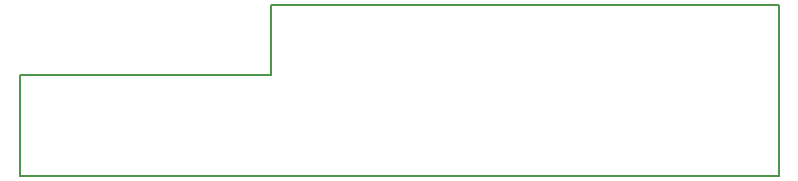
<source format=gm1>
G04 #@! TF.GenerationSoftware,KiCad,Pcbnew,(5.1.0-0)*
G04 #@! TF.CreationDate,2019-03-17T12:10:36+00:00*
G04 #@! TF.ProjectId,A1200,41313230-302e-46b6-9963-61645f706362,rev?*
G04 #@! TF.SameCoordinates,Original*
G04 #@! TF.FileFunction,Profile,NP*
%FSLAX46Y46*%
G04 Gerber Fmt 4.6, Leading zero omitted, Abs format (unit mm)*
G04 Created by KiCad (PCBNEW (5.1.0-0)) date 2019-03-17 12:10:36*
%MOMM*%
%LPD*%
G04 APERTURE LIST*
%ADD10C,0.150000*%
G04 APERTURE END LIST*
D10*
X98000000Y-69250000D02*
X33750000Y-69250000D01*
X55000000Y-60750000D02*
X33750000Y-60750000D01*
X33750000Y-60750000D02*
X33750000Y-69250000D01*
X55000000Y-54750000D02*
X55000000Y-60750000D01*
X98000000Y-54750000D02*
X98000000Y-69250000D01*
X55000000Y-54750000D02*
X98000000Y-54750000D01*
M02*

</source>
